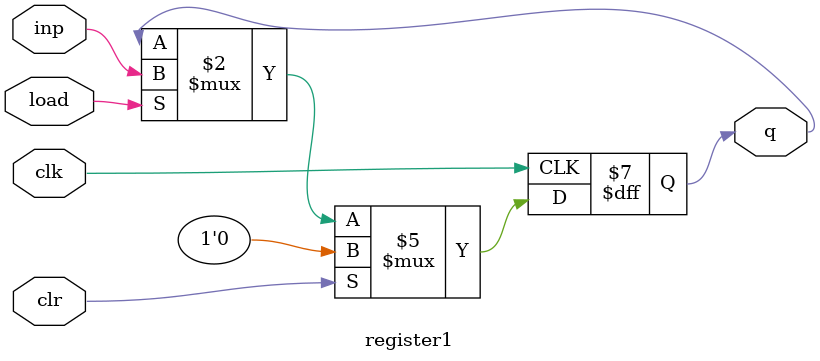
<source format=v>
/* 1位寄存器 */

module register1 (
    input load, // 加载
    input clk, // 时钟
    input clr, // 清除
    input inp, // 输入
    output reg q // 输出
);
    always @(posedge clk) begin
        if (clr) begin
            q <= 0;
        end
        else if (load) begin
            q <= inp;
        end
    end
endmodule

</source>
